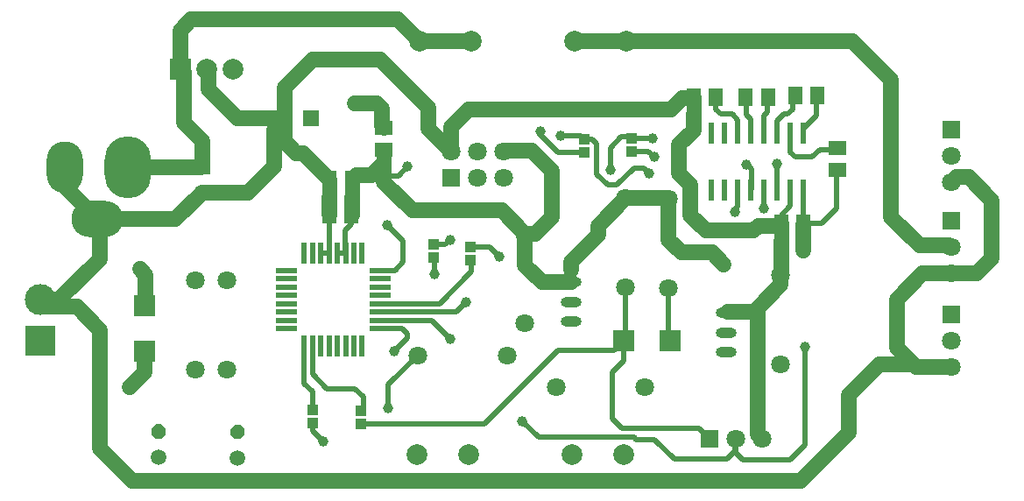
<source format=gbr>
G04 DipTrace 2.4.0.2*
%INTop.gbr*%
%MOIN*%
%ADD13C,0.0591*%
%ADD14C,0.0197*%
%ADD15C,0.0551*%
%ADD16C,0.0394*%
%ADD17R,0.0551X0.0709*%
%ADD18R,0.0709X0.0551*%
%ADD19R,0.063X0.063*%
%ADD20C,0.063*%
%ADD21O,0.1772X0.2362*%
%ADD22O,0.1969X0.1378*%
%ADD23O,0.1378X0.1969*%
%ADD24C,0.0709*%
%ADD25R,0.0709X0.0709*%
%ADD26R,0.0787X0.0827*%
%ADD27R,0.0827X0.0787*%
%ADD28C,0.0591*%
%ADD29C,0.0787*%
%ADD30R,0.0394X0.0394*%
%ADD31O,0.0787X0.0394*%
%ADD32C,0.0709*%
%ADD34R,0.0236X0.0787*%
%ADD36R,0.0197X0.0827*%
%ADD37R,0.0827X0.0197*%
%ADD38R,0.1181X0.1181*%
%ADD39C,0.1181*%
%ADD40R,0.0787X0.0787*%
%FSLAX44Y44*%
G04*
G70*
G90*
G75*
G01*
%LNTop*%
%LPD*%
X10313Y9775D2*
D13*
Y8994D1*
X9736Y8417D1*
X18163Y14979D2*
D14*
Y14617D1*
X17946Y14399D1*
Y13538D1*
X17950Y13533D1*
X17635D1*
X19409Y17441D2*
D15*
Y16959D1*
D13*
X18946Y16496D1*
X18371D1*
D15*
X18190Y16315D1*
Y15666D1*
D13*
Y15006D1*
D15*
X18163Y14979D1*
X19409Y17441D2*
Y16870D1*
D13*
Y16473D1*
Y16237D1*
X20501Y15145D1*
X23894D1*
X24777Y14262D1*
X25171D1*
X25787Y14878D1*
Y16669D1*
X25033Y17423D1*
X23999D1*
X23962Y17386D1*
X24777Y14262D2*
Y13067D1*
X25419Y12425D1*
X26521D1*
D16*
X26537Y12409D1*
Y12901D1*
D13*
Y13197D1*
X27556Y14216D1*
Y14572D1*
X28599Y15616D1*
X30211D1*
X30239Y15588D1*
Y14021D1*
X30717Y13543D1*
X31890D1*
X32327Y13106D1*
X35363Y13635D2*
Y14636D1*
D15*
X35374Y14647D1*
D14*
Y15923D1*
X35375Y15925D1*
X35374Y14647D2*
X36053D1*
X36642Y15236D1*
Y16669D1*
X36652Y16678D1*
X19409Y16473D2*
X19960D1*
X20297Y16810D1*
X19249Y12864D2*
X19818D1*
X20136Y13182D1*
Y13989D1*
X19533Y14592D1*
X30239Y12195D2*
Y10236D1*
X30282Y10193D1*
X7255Y16783D2*
D13*
Y16055D1*
X8495Y14815D1*
X11462D1*
X12486Y15838D1*
X14241D1*
X15217Y16814D1*
Y18236D1*
X15624Y18642D1*
X13831D1*
X12729Y19744D1*
Y20463D1*
X12656Y20536D1*
X15624Y18642D2*
Y17790D1*
X16074Y17340D1*
X16319D1*
X16940Y16719D1*
D15*
X17344Y16315D1*
Y15666D1*
D13*
Y15006D1*
D15*
X17317Y14979D1*
X15624Y18642D2*
D13*
Y19815D1*
X16686Y20877D1*
X19267D1*
X21088Y19056D1*
Y18260D1*
X21962Y17386D1*
Y18336D1*
X22631Y19005D1*
X30322D1*
X30752Y19435D1*
X31144D1*
D15*
X31182Y19474D1*
Y18824D1*
D13*
Y18183D1*
X30642Y17643D1*
Y16562D1*
X31079Y16125D1*
Y14952D1*
X31654Y14378D1*
X33470D1*
X33649Y14556D1*
X34436D1*
D15*
X34527Y14647D1*
Y13998D1*
D13*
Y12718D1*
X34500Y12691D1*
Y12308D1*
X33626Y11435D1*
X33499Y11307D1*
X32482D1*
D16*
X32433Y11257D1*
X33626Y11435D2*
D13*
Y6630D1*
X33809Y6447D1*
X40992Y9190D2*
X39651D1*
X39563Y9278D1*
X38933Y9909D1*
Y11771D1*
X39902Y12741D1*
X40985D1*
X41955D1*
X42544Y13330D1*
Y15537D1*
X41651Y16431D1*
X41206D1*
X40987Y16212D1*
X39563Y9278D2*
X38270D1*
X37102Y8110D1*
Y6685D1*
X35258Y4841D1*
X9844D1*
X8609Y6077D1*
Y10606D1*
X7715Y11499D1*
X6566D1*
X6316Y11749D1*
X7034D1*
X8590Y13305D1*
Y14720D1*
X8495Y14815D1*
X17317Y14979D2*
D14*
Y13537D1*
X17320Y13533D1*
X17005D1*
X34527Y14647D2*
Y14960D1*
X34880Y15312D1*
Y15921D1*
X34875Y15925D1*
X19249Y10974D2*
X21218D1*
X21934Y10258D1*
X19249Y10659D2*
X20088D1*
X20285Y10463D1*
Y10290D1*
X19782Y9787D1*
X9676Y16783D2*
D13*
X12431D1*
X12486Y16838D1*
Y17800D1*
X11783Y18502D1*
Y20410D1*
X11656Y20536D1*
Y22003D1*
X12080Y22428D1*
X19921D1*
X20749Y21599D1*
X22718D1*
X18286Y19229D2*
X19119D1*
X19339Y19009D1*
Y18358D1*
D15*
X19409Y18288D1*
X35375Y18090D2*
D14*
Y18250D1*
X35877Y18751D1*
Y19488D1*
X35903Y19513D1*
X34375Y18090D2*
Y18566D1*
X34619Y18810D1*
X34775D1*
X34960Y18995D1*
Y19417D1*
X35056Y19513D1*
X33875Y18090D2*
Y18768D1*
X34004Y18898D1*
Y19461D1*
X34018Y19474D1*
X33375Y18090D2*
Y18630D1*
X33205Y18800D1*
Y19441D1*
X33171Y19474D1*
X34875Y18090D2*
Y17373D1*
X35068Y17181D1*
X35692D1*
X35984Y17474D1*
X36601D1*
X36652Y17525D1*
X32875Y18090D2*
Y18583D1*
X32649Y18810D1*
X32220D1*
X32024Y19005D1*
Y19469D1*
X32029Y19474D1*
X34375Y15925D2*
Y16922D1*
X33875Y15925D2*
Y15228D1*
X10125Y12913D2*
D13*
X10340Y12699D1*
Y11563D1*
X10313Y11536D1*
X26655Y21599D2*
X28623D1*
X37235D1*
X38702Y20133D1*
Y14906D1*
X39789Y13819D1*
X40907D1*
X40985Y13741D1*
X18543Y7033D2*
D14*
X23242D1*
X26044Y9835D1*
X28163D1*
X28522Y10193D1*
X28599Y12222D2*
Y10271D1*
X28522Y10193D1*
Y9432D1*
X28092Y9002D1*
Y7240D1*
X28472Y6860D1*
X31396D1*
X31809Y6447D1*
X27016Y17364D2*
X26037D1*
X25345Y18056D1*
X25358Y18160D1*
X16713Y7044D2*
Y6752D1*
X17113Y6352D1*
X19579Y7640D2*
Y8509D1*
X20691Y9620D1*
X28835Y17403D2*
X29474D1*
X29696Y17181D1*
X35431Y9942D2*
Y6220D1*
X34866Y5656D1*
X33068D1*
X32776Y5948D1*
Y6413D1*
X32809Y6447D1*
Y6024D1*
X32462Y5677D1*
X30455D1*
X29702Y6429D1*
X29008D1*
X28923Y6514D1*
X25288D1*
X24664Y7139D1*
X21291Y13841D2*
X21738D1*
X21916Y14019D1*
X26118Y17994D2*
X26885D1*
X27016Y17864D1*
X27344D1*
X27501Y17707D1*
Y16538D1*
X27930Y16110D1*
X28267D1*
X28929Y16772D1*
X29306D1*
X29513Y16564D1*
X32759Y15084D2*
Y15175D1*
X32876Y15292D1*
Y15924D1*
X32875Y15925D1*
X22697Y13763D2*
X23422D1*
X23793Y13392D1*
X28034Y16675D2*
Y17539D1*
X28443Y17947D1*
X28791D1*
X28835Y17903D1*
X29629Y17900D1*
X33198Y16895D2*
X33229D1*
X33402Y16722D1*
Y15952D1*
X33375Y15925D1*
X16690Y9990D2*
Y8924D1*
X17247Y8367D1*
X18311D1*
X18623Y8055D1*
Y7613D1*
X18543Y7533D1*
X19249Y11604D2*
X21529D1*
X22734Y12810D1*
Y13226D1*
X22697Y13263D1*
X16375Y9990D2*
Y8564D1*
X16689Y8250D1*
Y7568D1*
X16713Y7544D1*
X19249Y11289D2*
X22172D1*
X22530Y11648D1*
X21333Y12712D2*
Y13299D1*
X21291Y13341D1*
D16*
X9736Y8417D3*
X32327Y13106D3*
X35363Y13635D3*
X20297Y16810D3*
X19533Y14592D3*
X21934Y10258D3*
X19782Y9787D3*
X18286Y19229D3*
X34375Y16922D3*
X33875Y15228D3*
X10125Y12913D3*
X25358Y18160D3*
X17113Y6352D3*
X19579Y7640D3*
X29696Y17181D3*
X35431Y9942D3*
X24664Y7139D3*
X21916Y14019D3*
X26118Y17994D3*
X29513Y16564D3*
X32759Y15084D3*
X23793Y13392D3*
X28034Y16675D3*
X29629Y17900D3*
X33198Y16895D3*
X22530Y11648D3*
X21333Y12712D3*
D17*
X35056Y19513D3*
X35903D3*
X33171Y19474D3*
X34018D3*
X31182D3*
X32029D3*
D18*
X36652Y17525D3*
Y16678D3*
D17*
X17317Y14979D3*
X18163D3*
X17344Y16315D3*
X18190D3*
X35374Y14647D3*
X34527D3*
D19*
X12486Y16838D3*
D20*
Y15838D3*
D19*
X16624Y18642D3*
D20*
X15624D3*
D21*
X9676Y16783D3*
D22*
X8495Y14815D3*
D23*
X7255Y16783D3*
D24*
X23962Y16386D3*
X22962D3*
D25*
X21962D3*
D24*
Y17386D3*
X22962D3*
X23962D3*
D26*
X30282Y10193D3*
X28522D3*
D27*
X10313Y9775D3*
Y11536D3*
G36*
X14113Y6840D2*
Y6614D1*
X13953Y6455D1*
X13727D1*
X13567Y6614D1*
Y6840D1*
X13727Y7000D1*
X13953D1*
X14113Y6840D1*
G37*
D28*
X13840Y5727D3*
G36*
X11107Y6855D2*
Y6629D1*
X10947Y6469D1*
X10721D1*
X10562Y6629D1*
Y6855D1*
X10721Y7015D1*
X10947D1*
X11107Y6855D1*
G37*
D28*
X10834Y5742D3*
D29*
X20658Y5845D3*
X22627D3*
X26564D3*
X28533D3*
X20749Y21599D3*
X22718D3*
X26655D3*
X28623D3*
D25*
X31809Y6447D3*
D24*
X32809D3*
X33809D3*
D25*
X40987Y18212D3*
D24*
Y17212D3*
Y16212D3*
D25*
X40992Y11190D3*
D24*
Y10190D3*
Y9190D3*
D25*
X40985Y14741D3*
D24*
Y13741D3*
Y12741D3*
D30*
X21291Y13341D3*
Y13841D3*
X18543Y7533D3*
Y7033D3*
X16713Y7544D3*
Y7044D3*
X22697Y13263D3*
Y13763D3*
X27016Y17864D3*
Y17364D3*
X28835Y17903D3*
Y17403D3*
D18*
X19409Y18288D3*
Y17441D3*
D31*
X26537Y10909D3*
Y11659D3*
Y12409D3*
X32433Y9757D3*
Y10507D3*
Y11257D3*
D32*
X20691Y9620D3*
X24084D3*
X24777Y10868D3*
Y14262D3*
X34500Y12691D3*
Y9297D3*
X28599Y12222D3*
Y15616D3*
X30239Y12195D3*
Y15588D3*
X25951Y8436D3*
X29345D3*
X13439Y12495D3*
Y9101D3*
X12232Y12492D3*
Y9098D3*
D34*
X35375Y18090D3*
X34875D3*
X34375D3*
X33875D3*
X33375D3*
X32875D3*
X32375D3*
X31875D3*
Y15925D3*
X32375D3*
X32875D3*
X33375D3*
X33875D3*
X34375D3*
X34875D3*
X35375D3*
D36*
X18580Y13533D3*
X18265D3*
X17950D3*
X17635D3*
X17320D3*
X17005D3*
X16690D3*
X16375D3*
D37*
X15706Y12864D3*
Y12549D3*
Y12234D3*
Y11919D3*
Y11604D3*
Y11289D3*
Y10974D3*
Y10659D3*
D36*
X16375Y9990D3*
X16690D3*
X17005D3*
X17320D3*
X17635D3*
X17950D3*
X18265D3*
X18580D3*
D37*
X19249Y10659D3*
Y10974D3*
Y11289D3*
Y11604D3*
Y11919D3*
Y12234D3*
Y12549D3*
Y12864D3*
D38*
X6316Y10190D3*
D39*
Y11749D3*
D40*
X11656Y20536D3*
D29*
X12656D3*
X13656D3*
M02*

</source>
